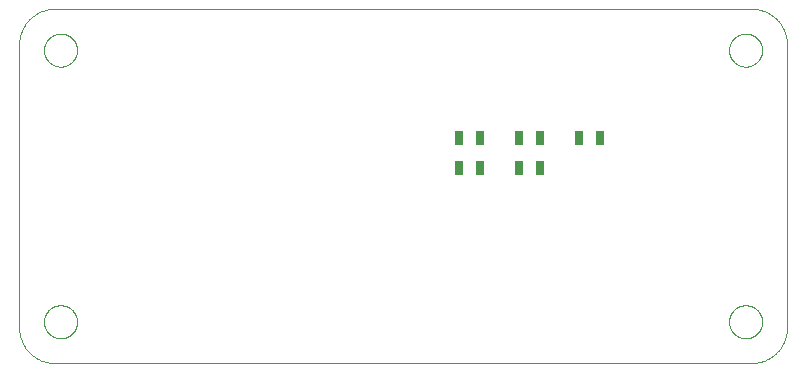
<source format=gtp>
G75*
%MOIN*%
%OFA0B0*%
%FSLAX25Y25*%
%IPPOS*%
%LPD*%
%AMOC8*
5,1,8,0,0,1.08239X$1,22.5*
%
%ADD10R,0.03150X0.04724*%
%ADD11C,0.00000*%
D10*
X0151457Y0070000D03*
X0158543Y0070000D03*
X0171457Y0070000D03*
X0178543Y0070000D03*
X0178543Y0080000D03*
X0171457Y0080000D03*
X0158543Y0080000D03*
X0151457Y0080000D03*
X0191457Y0080000D03*
X0198543Y0080000D03*
D11*
X0249094Y0005000D02*
X0016811Y0005000D01*
X0016526Y0005003D01*
X0016240Y0005014D01*
X0015955Y0005031D01*
X0015671Y0005055D01*
X0015387Y0005086D01*
X0015104Y0005124D01*
X0014823Y0005169D01*
X0014542Y0005220D01*
X0014262Y0005278D01*
X0013984Y0005343D01*
X0013708Y0005415D01*
X0013434Y0005493D01*
X0013161Y0005578D01*
X0012891Y0005670D01*
X0012623Y0005768D01*
X0012357Y0005872D01*
X0012094Y0005983D01*
X0011834Y0006100D01*
X0011576Y0006223D01*
X0011322Y0006353D01*
X0011071Y0006489D01*
X0010823Y0006630D01*
X0010579Y0006778D01*
X0010338Y0006931D01*
X0010102Y0007091D01*
X0009869Y0007256D01*
X0009640Y0007426D01*
X0009415Y0007602D01*
X0009195Y0007784D01*
X0008979Y0007970D01*
X0008768Y0008162D01*
X0008561Y0008359D01*
X0008359Y0008561D01*
X0008162Y0008768D01*
X0007970Y0008979D01*
X0007784Y0009195D01*
X0007602Y0009415D01*
X0007426Y0009640D01*
X0007256Y0009869D01*
X0007091Y0010102D01*
X0006931Y0010338D01*
X0006778Y0010579D01*
X0006630Y0010823D01*
X0006489Y0011071D01*
X0006353Y0011322D01*
X0006223Y0011576D01*
X0006100Y0011834D01*
X0005983Y0012094D01*
X0005872Y0012357D01*
X0005768Y0012623D01*
X0005670Y0012891D01*
X0005578Y0013161D01*
X0005493Y0013434D01*
X0005415Y0013708D01*
X0005343Y0013984D01*
X0005278Y0014262D01*
X0005220Y0014542D01*
X0005169Y0014823D01*
X0005124Y0015104D01*
X0005086Y0015387D01*
X0005055Y0015671D01*
X0005031Y0015955D01*
X0005014Y0016240D01*
X0005003Y0016526D01*
X0005000Y0016811D01*
X0005000Y0111299D01*
X0005003Y0111584D01*
X0005014Y0111870D01*
X0005031Y0112155D01*
X0005055Y0112439D01*
X0005086Y0112723D01*
X0005124Y0113006D01*
X0005169Y0113287D01*
X0005220Y0113568D01*
X0005278Y0113848D01*
X0005343Y0114126D01*
X0005415Y0114402D01*
X0005493Y0114676D01*
X0005578Y0114949D01*
X0005670Y0115219D01*
X0005768Y0115487D01*
X0005872Y0115753D01*
X0005983Y0116016D01*
X0006100Y0116276D01*
X0006223Y0116534D01*
X0006353Y0116788D01*
X0006489Y0117039D01*
X0006630Y0117287D01*
X0006778Y0117531D01*
X0006931Y0117772D01*
X0007091Y0118008D01*
X0007256Y0118241D01*
X0007426Y0118470D01*
X0007602Y0118695D01*
X0007784Y0118915D01*
X0007970Y0119131D01*
X0008162Y0119342D01*
X0008359Y0119549D01*
X0008561Y0119751D01*
X0008768Y0119948D01*
X0008979Y0120140D01*
X0009195Y0120326D01*
X0009415Y0120508D01*
X0009640Y0120684D01*
X0009869Y0120854D01*
X0010102Y0121019D01*
X0010338Y0121179D01*
X0010579Y0121332D01*
X0010823Y0121480D01*
X0011071Y0121621D01*
X0011322Y0121757D01*
X0011576Y0121887D01*
X0011834Y0122010D01*
X0012094Y0122127D01*
X0012357Y0122238D01*
X0012623Y0122342D01*
X0012891Y0122440D01*
X0013161Y0122532D01*
X0013434Y0122617D01*
X0013708Y0122695D01*
X0013984Y0122767D01*
X0014262Y0122832D01*
X0014542Y0122890D01*
X0014823Y0122941D01*
X0015104Y0122986D01*
X0015387Y0123024D01*
X0015671Y0123055D01*
X0015955Y0123079D01*
X0016240Y0123096D01*
X0016526Y0123107D01*
X0016811Y0123110D01*
X0249094Y0123110D01*
X0249379Y0123107D01*
X0249665Y0123096D01*
X0249950Y0123079D01*
X0250234Y0123055D01*
X0250518Y0123024D01*
X0250801Y0122986D01*
X0251082Y0122941D01*
X0251363Y0122890D01*
X0251643Y0122832D01*
X0251921Y0122767D01*
X0252197Y0122695D01*
X0252471Y0122617D01*
X0252744Y0122532D01*
X0253014Y0122440D01*
X0253282Y0122342D01*
X0253548Y0122238D01*
X0253811Y0122127D01*
X0254071Y0122010D01*
X0254329Y0121887D01*
X0254583Y0121757D01*
X0254834Y0121621D01*
X0255082Y0121480D01*
X0255326Y0121332D01*
X0255567Y0121179D01*
X0255803Y0121019D01*
X0256036Y0120854D01*
X0256265Y0120684D01*
X0256490Y0120508D01*
X0256710Y0120326D01*
X0256926Y0120140D01*
X0257137Y0119948D01*
X0257344Y0119751D01*
X0257546Y0119549D01*
X0257743Y0119342D01*
X0257935Y0119131D01*
X0258121Y0118915D01*
X0258303Y0118695D01*
X0258479Y0118470D01*
X0258649Y0118241D01*
X0258814Y0118008D01*
X0258974Y0117772D01*
X0259127Y0117531D01*
X0259275Y0117287D01*
X0259416Y0117039D01*
X0259552Y0116788D01*
X0259682Y0116534D01*
X0259805Y0116276D01*
X0259922Y0116016D01*
X0260033Y0115753D01*
X0260137Y0115487D01*
X0260235Y0115219D01*
X0260327Y0114949D01*
X0260412Y0114676D01*
X0260490Y0114402D01*
X0260562Y0114126D01*
X0260627Y0113848D01*
X0260685Y0113568D01*
X0260736Y0113287D01*
X0260781Y0113006D01*
X0260819Y0112723D01*
X0260850Y0112439D01*
X0260874Y0112155D01*
X0260891Y0111870D01*
X0260902Y0111584D01*
X0260905Y0111299D01*
X0260906Y0111299D02*
X0260906Y0016811D01*
X0260905Y0016811D02*
X0260902Y0016526D01*
X0260891Y0016240D01*
X0260874Y0015955D01*
X0260850Y0015671D01*
X0260819Y0015387D01*
X0260781Y0015104D01*
X0260736Y0014823D01*
X0260685Y0014542D01*
X0260627Y0014262D01*
X0260562Y0013984D01*
X0260490Y0013708D01*
X0260412Y0013434D01*
X0260327Y0013161D01*
X0260235Y0012891D01*
X0260137Y0012623D01*
X0260033Y0012357D01*
X0259922Y0012094D01*
X0259805Y0011834D01*
X0259682Y0011576D01*
X0259552Y0011322D01*
X0259416Y0011071D01*
X0259275Y0010823D01*
X0259127Y0010579D01*
X0258974Y0010338D01*
X0258814Y0010102D01*
X0258649Y0009869D01*
X0258479Y0009640D01*
X0258303Y0009415D01*
X0258121Y0009195D01*
X0257935Y0008979D01*
X0257743Y0008768D01*
X0257546Y0008561D01*
X0257344Y0008359D01*
X0257137Y0008162D01*
X0256926Y0007970D01*
X0256710Y0007784D01*
X0256490Y0007602D01*
X0256265Y0007426D01*
X0256036Y0007256D01*
X0255803Y0007091D01*
X0255567Y0006931D01*
X0255326Y0006778D01*
X0255082Y0006630D01*
X0254834Y0006489D01*
X0254583Y0006353D01*
X0254329Y0006223D01*
X0254071Y0006100D01*
X0253811Y0005983D01*
X0253548Y0005872D01*
X0253282Y0005768D01*
X0253014Y0005670D01*
X0252744Y0005578D01*
X0252471Y0005493D01*
X0252197Y0005415D01*
X0251921Y0005343D01*
X0251643Y0005278D01*
X0251363Y0005220D01*
X0251082Y0005169D01*
X0250801Y0005124D01*
X0250518Y0005086D01*
X0250234Y0005055D01*
X0249950Y0005031D01*
X0249665Y0005014D01*
X0249379Y0005003D01*
X0249094Y0005000D01*
X0241614Y0018780D02*
X0241616Y0018928D01*
X0241622Y0019076D01*
X0241632Y0019224D01*
X0241646Y0019371D01*
X0241664Y0019518D01*
X0241685Y0019664D01*
X0241711Y0019810D01*
X0241741Y0019955D01*
X0241774Y0020099D01*
X0241812Y0020242D01*
X0241853Y0020384D01*
X0241898Y0020525D01*
X0241946Y0020665D01*
X0241999Y0020804D01*
X0242055Y0020941D01*
X0242115Y0021076D01*
X0242178Y0021210D01*
X0242245Y0021342D01*
X0242316Y0021472D01*
X0242390Y0021600D01*
X0242467Y0021726D01*
X0242548Y0021850D01*
X0242632Y0021972D01*
X0242719Y0022091D01*
X0242810Y0022208D01*
X0242904Y0022323D01*
X0243000Y0022435D01*
X0243100Y0022545D01*
X0243202Y0022651D01*
X0243308Y0022755D01*
X0243416Y0022856D01*
X0243527Y0022954D01*
X0243640Y0023050D01*
X0243756Y0023142D01*
X0243874Y0023231D01*
X0243995Y0023316D01*
X0244118Y0023399D01*
X0244243Y0023478D01*
X0244370Y0023554D01*
X0244499Y0023626D01*
X0244630Y0023695D01*
X0244763Y0023760D01*
X0244898Y0023821D01*
X0245034Y0023879D01*
X0245171Y0023934D01*
X0245310Y0023984D01*
X0245451Y0024031D01*
X0245592Y0024074D01*
X0245735Y0024114D01*
X0245879Y0024149D01*
X0246023Y0024181D01*
X0246169Y0024208D01*
X0246315Y0024232D01*
X0246462Y0024252D01*
X0246609Y0024268D01*
X0246756Y0024280D01*
X0246904Y0024288D01*
X0247052Y0024292D01*
X0247200Y0024292D01*
X0247348Y0024288D01*
X0247496Y0024280D01*
X0247643Y0024268D01*
X0247790Y0024252D01*
X0247937Y0024232D01*
X0248083Y0024208D01*
X0248229Y0024181D01*
X0248373Y0024149D01*
X0248517Y0024114D01*
X0248660Y0024074D01*
X0248801Y0024031D01*
X0248942Y0023984D01*
X0249081Y0023934D01*
X0249218Y0023879D01*
X0249354Y0023821D01*
X0249489Y0023760D01*
X0249622Y0023695D01*
X0249753Y0023626D01*
X0249882Y0023554D01*
X0250009Y0023478D01*
X0250134Y0023399D01*
X0250257Y0023316D01*
X0250378Y0023231D01*
X0250496Y0023142D01*
X0250612Y0023050D01*
X0250725Y0022954D01*
X0250836Y0022856D01*
X0250944Y0022755D01*
X0251050Y0022651D01*
X0251152Y0022545D01*
X0251252Y0022435D01*
X0251348Y0022323D01*
X0251442Y0022208D01*
X0251533Y0022091D01*
X0251620Y0021972D01*
X0251704Y0021850D01*
X0251785Y0021726D01*
X0251862Y0021600D01*
X0251936Y0021472D01*
X0252007Y0021342D01*
X0252074Y0021210D01*
X0252137Y0021076D01*
X0252197Y0020941D01*
X0252253Y0020804D01*
X0252306Y0020665D01*
X0252354Y0020525D01*
X0252399Y0020384D01*
X0252440Y0020242D01*
X0252478Y0020099D01*
X0252511Y0019955D01*
X0252541Y0019810D01*
X0252567Y0019664D01*
X0252588Y0019518D01*
X0252606Y0019371D01*
X0252620Y0019224D01*
X0252630Y0019076D01*
X0252636Y0018928D01*
X0252638Y0018780D01*
X0252636Y0018632D01*
X0252630Y0018484D01*
X0252620Y0018336D01*
X0252606Y0018189D01*
X0252588Y0018042D01*
X0252567Y0017896D01*
X0252541Y0017750D01*
X0252511Y0017605D01*
X0252478Y0017461D01*
X0252440Y0017318D01*
X0252399Y0017176D01*
X0252354Y0017035D01*
X0252306Y0016895D01*
X0252253Y0016756D01*
X0252197Y0016619D01*
X0252137Y0016484D01*
X0252074Y0016350D01*
X0252007Y0016218D01*
X0251936Y0016088D01*
X0251862Y0015960D01*
X0251785Y0015834D01*
X0251704Y0015710D01*
X0251620Y0015588D01*
X0251533Y0015469D01*
X0251442Y0015352D01*
X0251348Y0015237D01*
X0251252Y0015125D01*
X0251152Y0015015D01*
X0251050Y0014909D01*
X0250944Y0014805D01*
X0250836Y0014704D01*
X0250725Y0014606D01*
X0250612Y0014510D01*
X0250496Y0014418D01*
X0250378Y0014329D01*
X0250257Y0014244D01*
X0250134Y0014161D01*
X0250009Y0014082D01*
X0249882Y0014006D01*
X0249753Y0013934D01*
X0249622Y0013865D01*
X0249489Y0013800D01*
X0249354Y0013739D01*
X0249218Y0013681D01*
X0249081Y0013626D01*
X0248942Y0013576D01*
X0248801Y0013529D01*
X0248660Y0013486D01*
X0248517Y0013446D01*
X0248373Y0013411D01*
X0248229Y0013379D01*
X0248083Y0013352D01*
X0247937Y0013328D01*
X0247790Y0013308D01*
X0247643Y0013292D01*
X0247496Y0013280D01*
X0247348Y0013272D01*
X0247200Y0013268D01*
X0247052Y0013268D01*
X0246904Y0013272D01*
X0246756Y0013280D01*
X0246609Y0013292D01*
X0246462Y0013308D01*
X0246315Y0013328D01*
X0246169Y0013352D01*
X0246023Y0013379D01*
X0245879Y0013411D01*
X0245735Y0013446D01*
X0245592Y0013486D01*
X0245451Y0013529D01*
X0245310Y0013576D01*
X0245171Y0013626D01*
X0245034Y0013681D01*
X0244898Y0013739D01*
X0244763Y0013800D01*
X0244630Y0013865D01*
X0244499Y0013934D01*
X0244370Y0014006D01*
X0244243Y0014082D01*
X0244118Y0014161D01*
X0243995Y0014244D01*
X0243874Y0014329D01*
X0243756Y0014418D01*
X0243640Y0014510D01*
X0243527Y0014606D01*
X0243416Y0014704D01*
X0243308Y0014805D01*
X0243202Y0014909D01*
X0243100Y0015015D01*
X0243000Y0015125D01*
X0242904Y0015237D01*
X0242810Y0015352D01*
X0242719Y0015469D01*
X0242632Y0015588D01*
X0242548Y0015710D01*
X0242467Y0015834D01*
X0242390Y0015960D01*
X0242316Y0016088D01*
X0242245Y0016218D01*
X0242178Y0016350D01*
X0242115Y0016484D01*
X0242055Y0016619D01*
X0241999Y0016756D01*
X0241946Y0016895D01*
X0241898Y0017035D01*
X0241853Y0017176D01*
X0241812Y0017318D01*
X0241774Y0017461D01*
X0241741Y0017605D01*
X0241711Y0017750D01*
X0241685Y0017896D01*
X0241664Y0018042D01*
X0241646Y0018189D01*
X0241632Y0018336D01*
X0241622Y0018484D01*
X0241616Y0018632D01*
X0241614Y0018780D01*
X0241614Y0109331D02*
X0241616Y0109479D01*
X0241622Y0109627D01*
X0241632Y0109775D01*
X0241646Y0109922D01*
X0241664Y0110069D01*
X0241685Y0110215D01*
X0241711Y0110361D01*
X0241741Y0110506D01*
X0241774Y0110650D01*
X0241812Y0110793D01*
X0241853Y0110935D01*
X0241898Y0111076D01*
X0241946Y0111216D01*
X0241999Y0111355D01*
X0242055Y0111492D01*
X0242115Y0111627D01*
X0242178Y0111761D01*
X0242245Y0111893D01*
X0242316Y0112023D01*
X0242390Y0112151D01*
X0242467Y0112277D01*
X0242548Y0112401D01*
X0242632Y0112523D01*
X0242719Y0112642D01*
X0242810Y0112759D01*
X0242904Y0112874D01*
X0243000Y0112986D01*
X0243100Y0113096D01*
X0243202Y0113202D01*
X0243308Y0113306D01*
X0243416Y0113407D01*
X0243527Y0113505D01*
X0243640Y0113601D01*
X0243756Y0113693D01*
X0243874Y0113782D01*
X0243995Y0113867D01*
X0244118Y0113950D01*
X0244243Y0114029D01*
X0244370Y0114105D01*
X0244499Y0114177D01*
X0244630Y0114246D01*
X0244763Y0114311D01*
X0244898Y0114372D01*
X0245034Y0114430D01*
X0245171Y0114485D01*
X0245310Y0114535D01*
X0245451Y0114582D01*
X0245592Y0114625D01*
X0245735Y0114665D01*
X0245879Y0114700D01*
X0246023Y0114732D01*
X0246169Y0114759D01*
X0246315Y0114783D01*
X0246462Y0114803D01*
X0246609Y0114819D01*
X0246756Y0114831D01*
X0246904Y0114839D01*
X0247052Y0114843D01*
X0247200Y0114843D01*
X0247348Y0114839D01*
X0247496Y0114831D01*
X0247643Y0114819D01*
X0247790Y0114803D01*
X0247937Y0114783D01*
X0248083Y0114759D01*
X0248229Y0114732D01*
X0248373Y0114700D01*
X0248517Y0114665D01*
X0248660Y0114625D01*
X0248801Y0114582D01*
X0248942Y0114535D01*
X0249081Y0114485D01*
X0249218Y0114430D01*
X0249354Y0114372D01*
X0249489Y0114311D01*
X0249622Y0114246D01*
X0249753Y0114177D01*
X0249882Y0114105D01*
X0250009Y0114029D01*
X0250134Y0113950D01*
X0250257Y0113867D01*
X0250378Y0113782D01*
X0250496Y0113693D01*
X0250612Y0113601D01*
X0250725Y0113505D01*
X0250836Y0113407D01*
X0250944Y0113306D01*
X0251050Y0113202D01*
X0251152Y0113096D01*
X0251252Y0112986D01*
X0251348Y0112874D01*
X0251442Y0112759D01*
X0251533Y0112642D01*
X0251620Y0112523D01*
X0251704Y0112401D01*
X0251785Y0112277D01*
X0251862Y0112151D01*
X0251936Y0112023D01*
X0252007Y0111893D01*
X0252074Y0111761D01*
X0252137Y0111627D01*
X0252197Y0111492D01*
X0252253Y0111355D01*
X0252306Y0111216D01*
X0252354Y0111076D01*
X0252399Y0110935D01*
X0252440Y0110793D01*
X0252478Y0110650D01*
X0252511Y0110506D01*
X0252541Y0110361D01*
X0252567Y0110215D01*
X0252588Y0110069D01*
X0252606Y0109922D01*
X0252620Y0109775D01*
X0252630Y0109627D01*
X0252636Y0109479D01*
X0252638Y0109331D01*
X0252636Y0109183D01*
X0252630Y0109035D01*
X0252620Y0108887D01*
X0252606Y0108740D01*
X0252588Y0108593D01*
X0252567Y0108447D01*
X0252541Y0108301D01*
X0252511Y0108156D01*
X0252478Y0108012D01*
X0252440Y0107869D01*
X0252399Y0107727D01*
X0252354Y0107586D01*
X0252306Y0107446D01*
X0252253Y0107307D01*
X0252197Y0107170D01*
X0252137Y0107035D01*
X0252074Y0106901D01*
X0252007Y0106769D01*
X0251936Y0106639D01*
X0251862Y0106511D01*
X0251785Y0106385D01*
X0251704Y0106261D01*
X0251620Y0106139D01*
X0251533Y0106020D01*
X0251442Y0105903D01*
X0251348Y0105788D01*
X0251252Y0105676D01*
X0251152Y0105566D01*
X0251050Y0105460D01*
X0250944Y0105356D01*
X0250836Y0105255D01*
X0250725Y0105157D01*
X0250612Y0105061D01*
X0250496Y0104969D01*
X0250378Y0104880D01*
X0250257Y0104795D01*
X0250134Y0104712D01*
X0250009Y0104633D01*
X0249882Y0104557D01*
X0249753Y0104485D01*
X0249622Y0104416D01*
X0249489Y0104351D01*
X0249354Y0104290D01*
X0249218Y0104232D01*
X0249081Y0104177D01*
X0248942Y0104127D01*
X0248801Y0104080D01*
X0248660Y0104037D01*
X0248517Y0103997D01*
X0248373Y0103962D01*
X0248229Y0103930D01*
X0248083Y0103903D01*
X0247937Y0103879D01*
X0247790Y0103859D01*
X0247643Y0103843D01*
X0247496Y0103831D01*
X0247348Y0103823D01*
X0247200Y0103819D01*
X0247052Y0103819D01*
X0246904Y0103823D01*
X0246756Y0103831D01*
X0246609Y0103843D01*
X0246462Y0103859D01*
X0246315Y0103879D01*
X0246169Y0103903D01*
X0246023Y0103930D01*
X0245879Y0103962D01*
X0245735Y0103997D01*
X0245592Y0104037D01*
X0245451Y0104080D01*
X0245310Y0104127D01*
X0245171Y0104177D01*
X0245034Y0104232D01*
X0244898Y0104290D01*
X0244763Y0104351D01*
X0244630Y0104416D01*
X0244499Y0104485D01*
X0244370Y0104557D01*
X0244243Y0104633D01*
X0244118Y0104712D01*
X0243995Y0104795D01*
X0243874Y0104880D01*
X0243756Y0104969D01*
X0243640Y0105061D01*
X0243527Y0105157D01*
X0243416Y0105255D01*
X0243308Y0105356D01*
X0243202Y0105460D01*
X0243100Y0105566D01*
X0243000Y0105676D01*
X0242904Y0105788D01*
X0242810Y0105903D01*
X0242719Y0106020D01*
X0242632Y0106139D01*
X0242548Y0106261D01*
X0242467Y0106385D01*
X0242390Y0106511D01*
X0242316Y0106639D01*
X0242245Y0106769D01*
X0242178Y0106901D01*
X0242115Y0107035D01*
X0242055Y0107170D01*
X0241999Y0107307D01*
X0241946Y0107446D01*
X0241898Y0107586D01*
X0241853Y0107727D01*
X0241812Y0107869D01*
X0241774Y0108012D01*
X0241741Y0108156D01*
X0241711Y0108301D01*
X0241685Y0108447D01*
X0241664Y0108593D01*
X0241646Y0108740D01*
X0241632Y0108887D01*
X0241622Y0109035D01*
X0241616Y0109183D01*
X0241614Y0109331D01*
X0013268Y0109331D02*
X0013270Y0109479D01*
X0013276Y0109627D01*
X0013286Y0109775D01*
X0013300Y0109922D01*
X0013318Y0110069D01*
X0013339Y0110215D01*
X0013365Y0110361D01*
X0013395Y0110506D01*
X0013428Y0110650D01*
X0013466Y0110793D01*
X0013507Y0110935D01*
X0013552Y0111076D01*
X0013600Y0111216D01*
X0013653Y0111355D01*
X0013709Y0111492D01*
X0013769Y0111627D01*
X0013832Y0111761D01*
X0013899Y0111893D01*
X0013970Y0112023D01*
X0014044Y0112151D01*
X0014121Y0112277D01*
X0014202Y0112401D01*
X0014286Y0112523D01*
X0014373Y0112642D01*
X0014464Y0112759D01*
X0014558Y0112874D01*
X0014654Y0112986D01*
X0014754Y0113096D01*
X0014856Y0113202D01*
X0014962Y0113306D01*
X0015070Y0113407D01*
X0015181Y0113505D01*
X0015294Y0113601D01*
X0015410Y0113693D01*
X0015528Y0113782D01*
X0015649Y0113867D01*
X0015772Y0113950D01*
X0015897Y0114029D01*
X0016024Y0114105D01*
X0016153Y0114177D01*
X0016284Y0114246D01*
X0016417Y0114311D01*
X0016552Y0114372D01*
X0016688Y0114430D01*
X0016825Y0114485D01*
X0016964Y0114535D01*
X0017105Y0114582D01*
X0017246Y0114625D01*
X0017389Y0114665D01*
X0017533Y0114700D01*
X0017677Y0114732D01*
X0017823Y0114759D01*
X0017969Y0114783D01*
X0018116Y0114803D01*
X0018263Y0114819D01*
X0018410Y0114831D01*
X0018558Y0114839D01*
X0018706Y0114843D01*
X0018854Y0114843D01*
X0019002Y0114839D01*
X0019150Y0114831D01*
X0019297Y0114819D01*
X0019444Y0114803D01*
X0019591Y0114783D01*
X0019737Y0114759D01*
X0019883Y0114732D01*
X0020027Y0114700D01*
X0020171Y0114665D01*
X0020314Y0114625D01*
X0020455Y0114582D01*
X0020596Y0114535D01*
X0020735Y0114485D01*
X0020872Y0114430D01*
X0021008Y0114372D01*
X0021143Y0114311D01*
X0021276Y0114246D01*
X0021407Y0114177D01*
X0021536Y0114105D01*
X0021663Y0114029D01*
X0021788Y0113950D01*
X0021911Y0113867D01*
X0022032Y0113782D01*
X0022150Y0113693D01*
X0022266Y0113601D01*
X0022379Y0113505D01*
X0022490Y0113407D01*
X0022598Y0113306D01*
X0022704Y0113202D01*
X0022806Y0113096D01*
X0022906Y0112986D01*
X0023002Y0112874D01*
X0023096Y0112759D01*
X0023187Y0112642D01*
X0023274Y0112523D01*
X0023358Y0112401D01*
X0023439Y0112277D01*
X0023516Y0112151D01*
X0023590Y0112023D01*
X0023661Y0111893D01*
X0023728Y0111761D01*
X0023791Y0111627D01*
X0023851Y0111492D01*
X0023907Y0111355D01*
X0023960Y0111216D01*
X0024008Y0111076D01*
X0024053Y0110935D01*
X0024094Y0110793D01*
X0024132Y0110650D01*
X0024165Y0110506D01*
X0024195Y0110361D01*
X0024221Y0110215D01*
X0024242Y0110069D01*
X0024260Y0109922D01*
X0024274Y0109775D01*
X0024284Y0109627D01*
X0024290Y0109479D01*
X0024292Y0109331D01*
X0024290Y0109183D01*
X0024284Y0109035D01*
X0024274Y0108887D01*
X0024260Y0108740D01*
X0024242Y0108593D01*
X0024221Y0108447D01*
X0024195Y0108301D01*
X0024165Y0108156D01*
X0024132Y0108012D01*
X0024094Y0107869D01*
X0024053Y0107727D01*
X0024008Y0107586D01*
X0023960Y0107446D01*
X0023907Y0107307D01*
X0023851Y0107170D01*
X0023791Y0107035D01*
X0023728Y0106901D01*
X0023661Y0106769D01*
X0023590Y0106639D01*
X0023516Y0106511D01*
X0023439Y0106385D01*
X0023358Y0106261D01*
X0023274Y0106139D01*
X0023187Y0106020D01*
X0023096Y0105903D01*
X0023002Y0105788D01*
X0022906Y0105676D01*
X0022806Y0105566D01*
X0022704Y0105460D01*
X0022598Y0105356D01*
X0022490Y0105255D01*
X0022379Y0105157D01*
X0022266Y0105061D01*
X0022150Y0104969D01*
X0022032Y0104880D01*
X0021911Y0104795D01*
X0021788Y0104712D01*
X0021663Y0104633D01*
X0021536Y0104557D01*
X0021407Y0104485D01*
X0021276Y0104416D01*
X0021143Y0104351D01*
X0021008Y0104290D01*
X0020872Y0104232D01*
X0020735Y0104177D01*
X0020596Y0104127D01*
X0020455Y0104080D01*
X0020314Y0104037D01*
X0020171Y0103997D01*
X0020027Y0103962D01*
X0019883Y0103930D01*
X0019737Y0103903D01*
X0019591Y0103879D01*
X0019444Y0103859D01*
X0019297Y0103843D01*
X0019150Y0103831D01*
X0019002Y0103823D01*
X0018854Y0103819D01*
X0018706Y0103819D01*
X0018558Y0103823D01*
X0018410Y0103831D01*
X0018263Y0103843D01*
X0018116Y0103859D01*
X0017969Y0103879D01*
X0017823Y0103903D01*
X0017677Y0103930D01*
X0017533Y0103962D01*
X0017389Y0103997D01*
X0017246Y0104037D01*
X0017105Y0104080D01*
X0016964Y0104127D01*
X0016825Y0104177D01*
X0016688Y0104232D01*
X0016552Y0104290D01*
X0016417Y0104351D01*
X0016284Y0104416D01*
X0016153Y0104485D01*
X0016024Y0104557D01*
X0015897Y0104633D01*
X0015772Y0104712D01*
X0015649Y0104795D01*
X0015528Y0104880D01*
X0015410Y0104969D01*
X0015294Y0105061D01*
X0015181Y0105157D01*
X0015070Y0105255D01*
X0014962Y0105356D01*
X0014856Y0105460D01*
X0014754Y0105566D01*
X0014654Y0105676D01*
X0014558Y0105788D01*
X0014464Y0105903D01*
X0014373Y0106020D01*
X0014286Y0106139D01*
X0014202Y0106261D01*
X0014121Y0106385D01*
X0014044Y0106511D01*
X0013970Y0106639D01*
X0013899Y0106769D01*
X0013832Y0106901D01*
X0013769Y0107035D01*
X0013709Y0107170D01*
X0013653Y0107307D01*
X0013600Y0107446D01*
X0013552Y0107586D01*
X0013507Y0107727D01*
X0013466Y0107869D01*
X0013428Y0108012D01*
X0013395Y0108156D01*
X0013365Y0108301D01*
X0013339Y0108447D01*
X0013318Y0108593D01*
X0013300Y0108740D01*
X0013286Y0108887D01*
X0013276Y0109035D01*
X0013270Y0109183D01*
X0013268Y0109331D01*
X0013268Y0018780D02*
X0013270Y0018928D01*
X0013276Y0019076D01*
X0013286Y0019224D01*
X0013300Y0019371D01*
X0013318Y0019518D01*
X0013339Y0019664D01*
X0013365Y0019810D01*
X0013395Y0019955D01*
X0013428Y0020099D01*
X0013466Y0020242D01*
X0013507Y0020384D01*
X0013552Y0020525D01*
X0013600Y0020665D01*
X0013653Y0020804D01*
X0013709Y0020941D01*
X0013769Y0021076D01*
X0013832Y0021210D01*
X0013899Y0021342D01*
X0013970Y0021472D01*
X0014044Y0021600D01*
X0014121Y0021726D01*
X0014202Y0021850D01*
X0014286Y0021972D01*
X0014373Y0022091D01*
X0014464Y0022208D01*
X0014558Y0022323D01*
X0014654Y0022435D01*
X0014754Y0022545D01*
X0014856Y0022651D01*
X0014962Y0022755D01*
X0015070Y0022856D01*
X0015181Y0022954D01*
X0015294Y0023050D01*
X0015410Y0023142D01*
X0015528Y0023231D01*
X0015649Y0023316D01*
X0015772Y0023399D01*
X0015897Y0023478D01*
X0016024Y0023554D01*
X0016153Y0023626D01*
X0016284Y0023695D01*
X0016417Y0023760D01*
X0016552Y0023821D01*
X0016688Y0023879D01*
X0016825Y0023934D01*
X0016964Y0023984D01*
X0017105Y0024031D01*
X0017246Y0024074D01*
X0017389Y0024114D01*
X0017533Y0024149D01*
X0017677Y0024181D01*
X0017823Y0024208D01*
X0017969Y0024232D01*
X0018116Y0024252D01*
X0018263Y0024268D01*
X0018410Y0024280D01*
X0018558Y0024288D01*
X0018706Y0024292D01*
X0018854Y0024292D01*
X0019002Y0024288D01*
X0019150Y0024280D01*
X0019297Y0024268D01*
X0019444Y0024252D01*
X0019591Y0024232D01*
X0019737Y0024208D01*
X0019883Y0024181D01*
X0020027Y0024149D01*
X0020171Y0024114D01*
X0020314Y0024074D01*
X0020455Y0024031D01*
X0020596Y0023984D01*
X0020735Y0023934D01*
X0020872Y0023879D01*
X0021008Y0023821D01*
X0021143Y0023760D01*
X0021276Y0023695D01*
X0021407Y0023626D01*
X0021536Y0023554D01*
X0021663Y0023478D01*
X0021788Y0023399D01*
X0021911Y0023316D01*
X0022032Y0023231D01*
X0022150Y0023142D01*
X0022266Y0023050D01*
X0022379Y0022954D01*
X0022490Y0022856D01*
X0022598Y0022755D01*
X0022704Y0022651D01*
X0022806Y0022545D01*
X0022906Y0022435D01*
X0023002Y0022323D01*
X0023096Y0022208D01*
X0023187Y0022091D01*
X0023274Y0021972D01*
X0023358Y0021850D01*
X0023439Y0021726D01*
X0023516Y0021600D01*
X0023590Y0021472D01*
X0023661Y0021342D01*
X0023728Y0021210D01*
X0023791Y0021076D01*
X0023851Y0020941D01*
X0023907Y0020804D01*
X0023960Y0020665D01*
X0024008Y0020525D01*
X0024053Y0020384D01*
X0024094Y0020242D01*
X0024132Y0020099D01*
X0024165Y0019955D01*
X0024195Y0019810D01*
X0024221Y0019664D01*
X0024242Y0019518D01*
X0024260Y0019371D01*
X0024274Y0019224D01*
X0024284Y0019076D01*
X0024290Y0018928D01*
X0024292Y0018780D01*
X0024290Y0018632D01*
X0024284Y0018484D01*
X0024274Y0018336D01*
X0024260Y0018189D01*
X0024242Y0018042D01*
X0024221Y0017896D01*
X0024195Y0017750D01*
X0024165Y0017605D01*
X0024132Y0017461D01*
X0024094Y0017318D01*
X0024053Y0017176D01*
X0024008Y0017035D01*
X0023960Y0016895D01*
X0023907Y0016756D01*
X0023851Y0016619D01*
X0023791Y0016484D01*
X0023728Y0016350D01*
X0023661Y0016218D01*
X0023590Y0016088D01*
X0023516Y0015960D01*
X0023439Y0015834D01*
X0023358Y0015710D01*
X0023274Y0015588D01*
X0023187Y0015469D01*
X0023096Y0015352D01*
X0023002Y0015237D01*
X0022906Y0015125D01*
X0022806Y0015015D01*
X0022704Y0014909D01*
X0022598Y0014805D01*
X0022490Y0014704D01*
X0022379Y0014606D01*
X0022266Y0014510D01*
X0022150Y0014418D01*
X0022032Y0014329D01*
X0021911Y0014244D01*
X0021788Y0014161D01*
X0021663Y0014082D01*
X0021536Y0014006D01*
X0021407Y0013934D01*
X0021276Y0013865D01*
X0021143Y0013800D01*
X0021008Y0013739D01*
X0020872Y0013681D01*
X0020735Y0013626D01*
X0020596Y0013576D01*
X0020455Y0013529D01*
X0020314Y0013486D01*
X0020171Y0013446D01*
X0020027Y0013411D01*
X0019883Y0013379D01*
X0019737Y0013352D01*
X0019591Y0013328D01*
X0019444Y0013308D01*
X0019297Y0013292D01*
X0019150Y0013280D01*
X0019002Y0013272D01*
X0018854Y0013268D01*
X0018706Y0013268D01*
X0018558Y0013272D01*
X0018410Y0013280D01*
X0018263Y0013292D01*
X0018116Y0013308D01*
X0017969Y0013328D01*
X0017823Y0013352D01*
X0017677Y0013379D01*
X0017533Y0013411D01*
X0017389Y0013446D01*
X0017246Y0013486D01*
X0017105Y0013529D01*
X0016964Y0013576D01*
X0016825Y0013626D01*
X0016688Y0013681D01*
X0016552Y0013739D01*
X0016417Y0013800D01*
X0016284Y0013865D01*
X0016153Y0013934D01*
X0016024Y0014006D01*
X0015897Y0014082D01*
X0015772Y0014161D01*
X0015649Y0014244D01*
X0015528Y0014329D01*
X0015410Y0014418D01*
X0015294Y0014510D01*
X0015181Y0014606D01*
X0015070Y0014704D01*
X0014962Y0014805D01*
X0014856Y0014909D01*
X0014754Y0015015D01*
X0014654Y0015125D01*
X0014558Y0015237D01*
X0014464Y0015352D01*
X0014373Y0015469D01*
X0014286Y0015588D01*
X0014202Y0015710D01*
X0014121Y0015834D01*
X0014044Y0015960D01*
X0013970Y0016088D01*
X0013899Y0016218D01*
X0013832Y0016350D01*
X0013769Y0016484D01*
X0013709Y0016619D01*
X0013653Y0016756D01*
X0013600Y0016895D01*
X0013552Y0017035D01*
X0013507Y0017176D01*
X0013466Y0017318D01*
X0013428Y0017461D01*
X0013395Y0017605D01*
X0013365Y0017750D01*
X0013339Y0017896D01*
X0013318Y0018042D01*
X0013300Y0018189D01*
X0013286Y0018336D01*
X0013276Y0018484D01*
X0013270Y0018632D01*
X0013268Y0018780D01*
M02*

</source>
